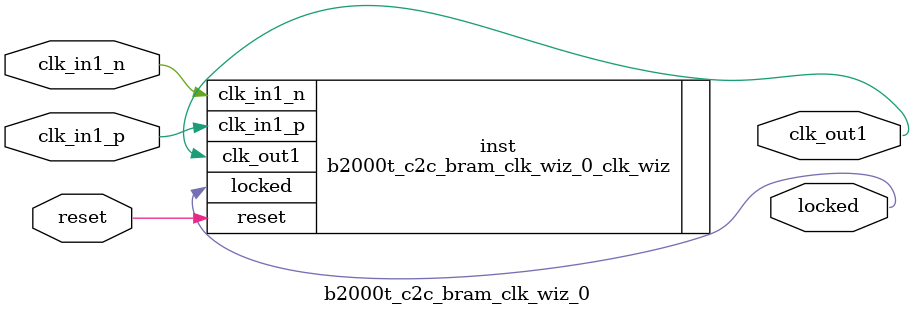
<source format=v>


`timescale 1ps/1ps

(* CORE_GENERATION_INFO = "b2000t_c2c_bram_clk_wiz_0,clk_wiz_v5_3_3_0,{component_name=b2000t_c2c_bram_clk_wiz_0,use_phase_alignment=true,use_min_o_jitter=false,use_max_i_jitter=false,use_dyn_phase_shift=false,use_inclk_switchover=false,use_dyn_reconfig=false,enable_axi=0,feedback_source=FDBK_AUTO,PRIMITIVE=MMCM,num_out_clk=1,clkin1_period=10.0,clkin2_period=10.0,use_power_down=false,use_reset=true,use_locked=true,use_inclk_stopped=false,feedback_type=SINGLE,CLOCK_MGR_TYPE=NA,manual_override=false}" *)

module b2000t_c2c_bram_clk_wiz_0 
 (
  // Clock out ports
  output        clk_out1,
  // Status and control signals
  input         reset,
  output        locked,
 // Clock in ports
  input         clk_in1_p,
  input         clk_in1_n
 );

  b2000t_c2c_bram_clk_wiz_0_clk_wiz inst
  (
  // Clock out ports  
  .clk_out1(clk_out1),
  // Status and control signals               
  .reset(reset), 
  .locked(locked),
 // Clock in ports
  .clk_in1_p(clk_in1_p),
  .clk_in1_n(clk_in1_n)
  );

endmodule

</source>
